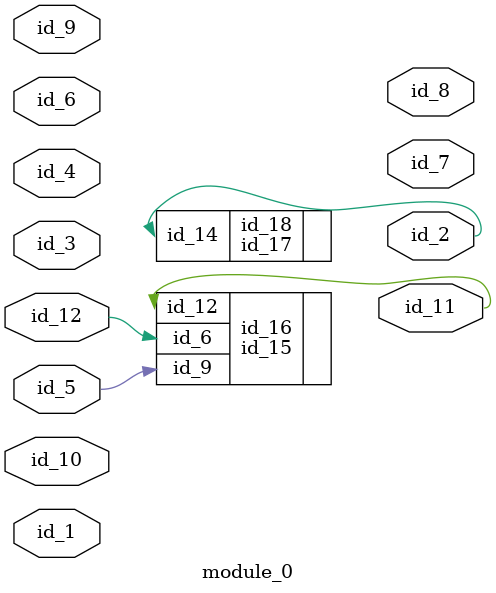
<source format=v>
module module_0 (
    id_1,
    id_2,
    id_3,
    id_4,
    id_5,
    id_6,
    id_7,
    id_8,
    id_9,
    id_10,
    id_11,
    id_12
);
  input id_12;
  output id_11;
  input id_10;
  input id_9;
  output id_8;
  output id_7;
  input id_6;
  input id_5;
  input id_4;
  input id_3;
  output id_2;
  input id_1;
  id_13 id_14 (
      .id_9 (id_1),
      .id_12(id_4)
  );
  id_15 id_16 (
      .id_6 (id_12),
      .id_12(id_11),
      .id_9 (id_5)
  );
  id_17 id_18 (
      .id_14(id_10),
      .id_14(id_2)
  );
endmodule

</source>
